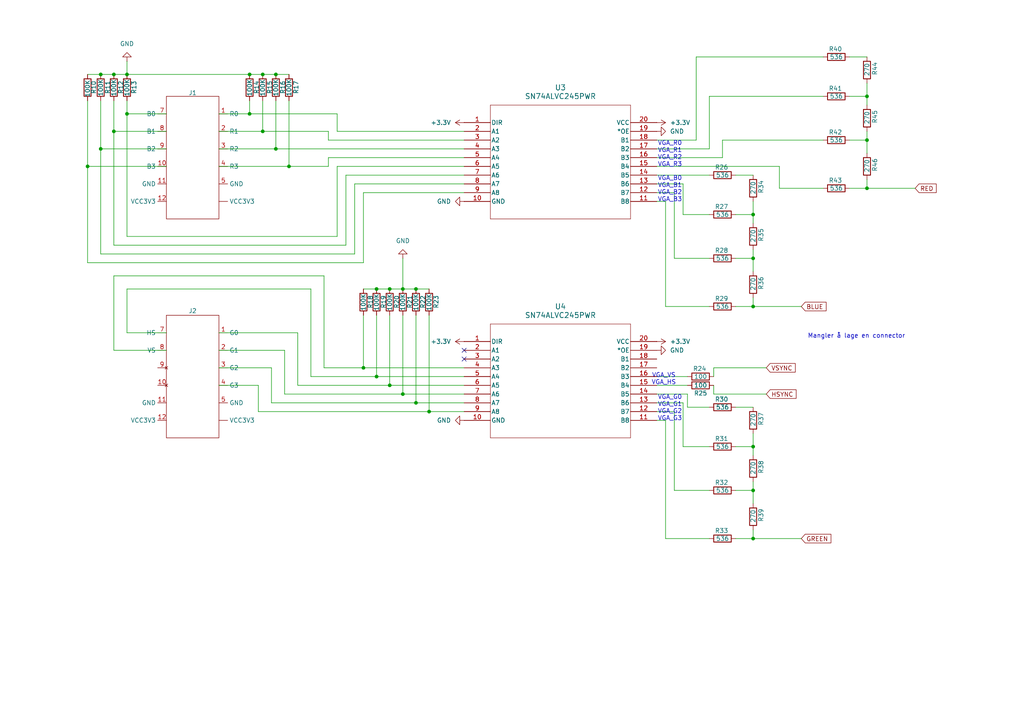
<source format=kicad_sch>
(kicad_sch (version 20250114) (generator "eeschema") (generator_version "9.0")
  (paper "A4")
  (title_block (title "4bit_vga_out") (date "2025-09-19") (rev "0"))
  (lib_symbols
    (symbol "2025-09-12_09-11-34:SN74ALVC245PWR" (pin_names (offset 0.254))
      (property "Reference" "U" (at 27.94 10.16 0))
      (property "Value" "SN74ALVC245PWR" (at 27.94 7.62 0))
      (symbol "SN74ALVC245PWR_0_1"
        (polyline (pts (xy 7.62 5.08) (xy 7.62 -27.94)) (stroke (width 0.127)))
        (polyline (pts (xy 7.62 -27.94) (xy 48.26 -27.94)) (stroke (width 0.127)))
        (polyline (pts (xy 48.26 5.08) (xy 7.62 5.08)) (stroke (width 0.127)))
        (polyline (pts (xy 48.26 -27.94) (xy 48.26 5.08)) (stroke (width 0.127)))
        (pin input line (at 0 0 0) (length 7.62) (name "DIR") (number "1"))
        (pin bidirectional line (at 0 -2.54 0) (length 7.62) (name "A1") (number "2"))
        (pin bidirectional line (at 0 -5.08 0) (length 7.62) (name "A2") (number "3"))
        (pin bidirectional line (at 0 -7.62 0) (length 7.62) (name "A3") (number "4"))
        (pin bidirectional line (at 0 -10.16 0) (length 7.62) (name "A4") (number "5"))
        (pin bidirectional line (at 0 -12.7 0) (length 7.62) (name "A5") (number "6"))
        (pin bidirectional line (at 0 -15.24 0) (length 7.62) (name "A6") (number "7"))
        (pin bidirectional line (at 0 -17.78 0) (length 7.62) (name "A7") (number "8"))
        (pin bidirectional line (at 0 -20.32 0) (length 7.62) (name "A8") (number "9"))
        (pin power_in line (at 0 -22.86 0) (length 7.62) (name "GND") (number "10"))
        (pin power_in line (at 55.88 0 180) (length 7.62) (name "VCC") (number "20"))
        (pin input line (at 55.88 -2.54 180) (length 7.62) (name "*OE") (number "19"))
        (pin bidirectional line (at 55.88 -5.08 180) (length 7.62) (name "B1") (number "18"))
        (pin bidirectional line (at 55.88 -7.62 180) (length 7.62) (name "B2") (number "17"))
        (pin bidirectional line (at 55.88 -10.16 180) (length 7.62) (name "B3") (number "16"))
        (pin bidirectional line (at 55.88 -12.7 180) (length 7.62) (name "B4") (number "15"))
        (pin bidirectional line (at 55.88 -15.24 180) (length 7.62) (name "B5") (number "14"))
        (pin bidirectional line (at 55.88 -17.78 180) (length 7.62) (name "B6") (number "13"))
        (pin bidirectional line (at 55.88 -20.32 180) (length 7.62) (name "B7") (number "12"))
        (pin bidirectional line (at 55.88 -22.86 180) (length 7.62) (name "B8") (number "11"))
      )
    )
    (symbol "Device:R" (pin_numbers (hide yes)) (pin_names (offset 0))
      (property "Reference" "R" (at 2.032 0 90))
      (property "Value" "R" (at 0 0 90))
      (symbol "R_0_1"
        (rectangle (start -1.016 -2.54) (end 1.016 2.54) (stroke (width 0.254)))
      )
      (symbol "R_1_1"
        (pin passive line (at 0 3.81 270) (length 1.27) (name "~") (number "1"))
        (pin passive line (at 0 -3.81 90) (length 1.27) (name "~") (number "2"))
      )
    )
    (symbol "PMod:PMod j1"
      (property "Reference" "J" (at 0 0 0))
      (symbol "PMod j1_0_1"
        (rectangle (start -7.62 -1.27) (end 7.62 -36.83))
      )
      (symbol "PMod j1_1_1"
        (pin output line (at -7.62 -6.35 180) (length 2.54) (name "B0") (number "7"))
        (pin output line (at -7.62 -11.43 180) (length 2.54) (name "B1") (number "8"))
        (pin output line (at -7.62 -16.51 180) (length 2.54) (name "B2") (number "9"))
        (pin output line (at -7.62 -21.59 180) (length 2.54) (name "B3") (number "10"))
        (pin output line (at -7.62 -26.67 180) (length 2.54) (name "GND") (number "11"))
        (pin output line (at -7.62 -31.75 180) (length 2.54) (name "VCC3V3") (number "12"))
        (pin output line (at 7.62 -6.35 0) (length 2.54) (name "R0") (number "1"))
        (pin output line (at 7.62 -11.43 0) (length 2.54) (name "R1") (number "2"))
        (pin output line (at 7.62 -16.51 0) (length 2.54) (name "R2") (number "3"))
        (pin output line (at 7.62 -21.59 0) (length 2.54) (name "R3") (number "4"))
        (pin output line (at 7.62 -26.67 0) (length 2.54) (name "GND") (number "5"))
        (pin output line (at 7.62 -31.75 0) (length 2.54) (name "VCC3V3") (number ""))
      )
    )
    (symbol "PMod:PMod_j2"
      (property "Reference" "J" (at 0 0 0))
      (symbol "PMod_j2_0_1"
        (rectangle (start -7.62 -1.27) (end 7.62 -36.83))
      )
      (symbol "PMod_j2_1_1"
        (pin output line (at -7.62 -6.35 180) (length 2.54) (name "HS") (number "7"))
        (pin output line (at -7.62 -11.43 180) (length 2.54) (name "VS") (number "8"))
        (pin no_connect line (at -7.62 -16.51 180) (length 2.54) (name "") (number "9"))
        (pin no_connect line (at -7.62 -21.59 180) (length 2.54) (name "") (number "10"))
        (pin output line (at -7.62 -26.67 180) (length 2.54) (name "GND") (number "11"))
        (pin output line (at -7.62 -31.75 180) (length 2.54) (name "VCC3V3") (number "12"))
        (pin output line (at 7.62 -6.35 0) (length 2.54) (name "G0") (number "1"))
        (pin output line (at 7.62 -11.43 0) (length 2.54) (name "G1") (number "2"))
        (pin output line (at 7.62 -16.51 0) (length 2.54) (name "G2") (number "3"))
        (pin output line (at 7.62 -21.59 0) (length 2.54) (name "G3") (number "4"))
        (pin output line (at 7.62 -26.67 0) (length 2.54) (name "GND") (number "5"))
        (pin output line (at 7.62 -31.75 0) (length 2.54) (name "VCC3V3") (number ""))
      )
    )
    (symbol "power:+3.3V" (power) (pin_numbers (hide yes)) (pin_names (offset 0) (hide yes))
      (property "Value" "+3.3V" (at 0 3.556 0))
      (symbol "+3.3V_0_1"
        (polyline (pts (xy -0.762 1.27) (xy 0 2.54)))
        (polyline (pts (xy 0 2.54) (xy 0.762 1.27)))
        (polyline (pts (xy 0 0) (xy 0 2.54)))
      )
      (symbol "+3.3V_1_1"
        (pin power_in line (at 0 0 90) (length 0) (name "~") (number "1"))
      )
    )
    (symbol "power:GND" (power) (pin_numbers (hide yes)) (pin_names (offset 0) (hide yes))
      (property "Value" "GND" (at 0 -3.81 0))
      (symbol "GND_0_1"
        (polyline (pts (xy 0 0) (xy 0 -1.27) (xy 1.27 -1.27) (xy 0 -2.54) (xy -1.27 -1.27) (xy 0 -1.27)))
      )
      (symbol "GND_1_1"
        (pin power_in line (at 0 0 270) (length 0) (name "~") (number "1"))
      )
    )
  )
  (text "VGA_G0\nVGA_G1\nVGA_G2\nVGA_G3" (at 194.31 118.364 0) (effects (font (size 1.27 1.27))))
  (text "Mangler å lage en connector\n" (at 248.412 97.536 0) (effects (font (size 1.27 1.27))))
  (text "VGA_VS\nVGA_HS" (at 192.532 109.982 0) (effects (font (size 1.27 1.27))))
  (text "VGA_B0\nVGA_B1\nVGA_B2\nVGA_B3" (at 194.31 54.864 0) (effects (font (size 1.27 1.27))))
  (text "VGA_R0\nVGA_R1\nVGA_R2\nVGA_R3" (at 194.31 44.704 0) (effects (font (size 1.27 1.27))))
  (junction (at 105.41 106.68))
  (junction (at 109.22 109.22))
  (junction (at 29.21 43.18))
  (junction (at 251.46 27.94))
  (junction (at 124.46 119.38))
  (junction (at 80.01 21.59))
  (junction (at 36.83 33.02))
  (junction (at 83.82 48.26))
  (junction (at 80.01 43.18))
  (junction (at 251.46 40.64))
  (junction (at 218.44 88.9))
  (junction (at 120.65 116.84))
  (junction (at 116.84 114.3))
  (junction (at 109.22 83.82))
  (junction (at 33.02 21.59))
  (junction (at 36.83 21.59))
  (junction (at 120.65 83.82))
  (junction (at 72.39 21.59))
  (junction (at 218.44 129.54))
  (junction (at 218.44 156.21))
  (junction (at 218.44 62.23))
  (junction (at 113.03 111.76))
  (junction (at 218.44 142.24))
  (junction (at 251.46 54.61))
  (junction (at 76.2 21.59))
  (junction (at 25.4 48.26))
  (junction (at 218.44 74.93))
  (junction (at 72.39 33.02))
  (junction (at 29.21 21.59))
  (junction (at 113.03 83.82))
  (junction (at 116.84 83.82))
  (junction (at 76.2 38.1))
  (junction (at 33.02 38.1))
  (no_connect (at 134.62 104.14))
  (no_connect (at 134.62 101.6))
  (wire (pts (xy 195.58 55.88) (xy 195.58 74.93)))
  (wire (pts (xy 109.22 83.82) (xy 113.03 83.82)))
  (wire (pts (xy 105.41 55.88) (xy 105.41 76.2)))
  (wire (pts (xy 72.39 33.02) (xy 63.5 33.02)))
  (wire (pts (xy 213.36 118.11) (xy 218.44 118.11)))
  (wire (pts (xy 213.36 74.93) (xy 218.44 74.93)))
  (wire (pts (xy 218.44 142.24) (xy 218.44 139.7)))
  (wire (pts (xy 251.46 27.94) (xy 251.46 30.48)))
  (wire (pts (xy 36.83 68.58) (xy 36.83 33.02)))
  (wire (pts (xy 218.44 156.21) (xy 232.41 156.21)))
  (wire (pts (xy 246.38 54.61) (xy 251.46 54.61)))
  (wire (pts (xy 201.93 16.51) (xy 238.76 16.51)))
  (wire (pts (xy 251.46 40.64) (xy 251.46 44.45)))
  (wire (pts (xy 120.65 116.84) (xy 134.62 116.84)))
  (wire (pts (xy 134.62 50.8) (xy 100.33 50.8)))
  (wire (pts (xy 100.33 71.12) (xy 33.02 71.12)))
  (wire (pts (xy 218.44 88.9) (xy 218.44 86.36)))
  (wire (pts (xy 190.5 53.34) (xy 198.12 53.34)))
  (wire (pts (xy 213.36 129.54) (xy 218.44 129.54)))
  (wire (pts (xy 48.26 43.18) (xy 29.21 43.18)))
  (wire (pts (xy 76.2 38.1) (xy 95.25 38.1)))
  (wire (pts (xy 218.44 74.93) (xy 218.44 72.39)))
  (wire (pts (xy 72.39 21.59) (xy 76.2 21.59)))
  (wire (pts (xy 97.79 48.26) (xy 97.79 68.58)))
  (wire (pts (xy 76.2 21.59) (xy 80.01 21.59)))
  (wire (pts (xy 218.44 156.21) (xy 218.44 153.67)))
  (wire (pts (xy 195.58 142.24) (xy 205.74 142.24)))
  (wire (pts (xy 90.17 83.82) (xy 36.83 83.82)))
  (wire (pts (xy 86.36 111.76) (xy 113.03 111.76)))
  (wire (pts (xy 198.12 62.23) (xy 205.74 62.23)))
  (wire (pts (xy 74.93 119.38) (xy 124.46 119.38)))
  (wire (pts (xy 199.39 114.3) (xy 199.39 118.11)))
  (wire (pts (xy 251.46 54.61) (xy 265.43 54.61)))
  (wire (pts (xy 33.02 38.1) (xy 33.02 29.21)))
  (wire (pts (xy 29.21 21.59) (xy 25.4 21.59)))
  (wire (pts (xy 36.83 29.21) (xy 36.83 33.02)))
  (wire (pts (xy 218.44 142.24) (xy 218.44 146.05)))
  (wire (pts (xy 190.5 109.22) (xy 199.39 109.22)))
  (wire (pts (xy 193.04 121.92) (xy 193.04 156.21)))
  (wire (pts (xy 102.87 53.34) (xy 102.87 73.66)))
  (wire (pts (xy 190.5 50.8) (xy 205.74 50.8)))
  (wire (pts (xy 116.84 91.44) (xy 116.84 114.3)))
  (wire (pts (xy 190.5 45.72) (xy 209.55 45.72)))
  (wire (pts (xy 207.01 109.22) (xy 207.01 106.68)))
  (wire (pts (xy 63.5 96.52) (xy 86.36 96.52)))
  (wire (pts (xy 190.5 121.92) (xy 193.04 121.92)))
  (wire (pts (xy 190.5 48.26) (xy 226.06 48.26)))
  (wire (pts (xy 72.39 29.21) (xy 72.39 33.02)))
  (wire (pts (xy 218.44 74.93) (xy 218.44 78.74)))
  (wire (pts (xy 201.93 40.64) (xy 201.93 16.51)))
  (wire (pts (xy 33.02 80.01) (xy 93.98 80.01)))
  (wire (pts (xy 190.5 114.3) (xy 199.39 114.3)))
  (wire (pts (xy 105.41 106.68) (xy 105.41 91.44)))
  (wire (pts (xy 83.82 48.26) (xy 83.82 29.21)))
  (wire (pts (xy 29.21 43.18) (xy 29.21 73.66)))
  (wire (pts (xy 218.44 129.54) (xy 218.44 125.73)))
  (wire (pts (xy 246.38 40.64) (xy 251.46 40.64)))
  (wire (pts (xy 124.46 83.82) (xy 120.65 83.82)))
  (wire (pts (xy 36.83 83.82) (xy 36.83 96.52)))
  (wire (pts (xy 190.5 58.42) (xy 193.04 58.42)))
  (wire (pts (xy 209.55 40.64) (xy 238.76 40.64)))
  (wire (pts (xy 90.17 109.22) (xy 90.17 83.82)))
  (wire (pts (xy 63.5 43.18) (xy 80.01 43.18)))
  (wire (pts (xy 36.83 21.59) (xy 36.83 17.78)))
  (wire (pts (xy 63.5 101.6) (xy 82.55 101.6)))
  (wire (pts (xy 116.84 74.93) (xy 116.84 83.82)))
  (wire (pts (xy 36.83 96.52) (xy 48.26 96.52)))
  (wire (pts (xy 124.46 91.44) (xy 124.46 119.38)))
  (wire (pts (xy 113.03 83.82) (xy 116.84 83.82)))
  (wire (pts (xy 209.55 45.72) (xy 209.55 40.64)))
  (wire (pts (xy 109.22 109.22) (xy 90.17 109.22)))
  (wire (pts (xy 36.83 21.59) (xy 72.39 21.59)))
  (wire (pts (xy 33.02 21.59) (xy 29.21 21.59)))
  (wire (pts (xy 124.46 119.38) (xy 134.62 119.38)))
  (wire (pts (xy 218.44 129.54) (xy 218.44 132.08)))
  (wire (pts (xy 226.06 54.61) (xy 238.76 54.61)))
  (wire (pts (xy 76.2 38.1) (xy 76.2 29.21)))
  (wire (pts (xy 63.5 48.26) (xy 83.82 48.26)))
  (wire (pts (xy 226.06 48.26) (xy 226.06 54.61)))
  (wire (pts (xy 80.01 43.18) (xy 80.01 29.21)))
  (wire (pts (xy 134.62 53.34) (xy 102.87 53.34)))
  (wire (pts (xy 82.55 101.6) (xy 82.55 114.3)))
  (wire (pts (xy 199.39 118.11) (xy 205.74 118.11)))
  (wire (pts (xy 33.02 101.6) (xy 33.02 80.01)))
  (wire (pts (xy 120.65 83.82) (xy 116.84 83.82)))
  (wire (pts (xy 95.25 40.64) (xy 95.25 38.1)))
  (wire (pts (xy 246.38 16.51) (xy 251.46 16.51)))
  (wire (pts (xy 193.04 156.21) (xy 205.74 156.21)))
  (wire (pts (xy 48.26 101.6) (xy 33.02 101.6)))
  (wire (pts (xy 29.21 43.18) (xy 29.21 29.21)))
  (wire (pts (xy 36.83 33.02) (xy 48.26 33.02)))
  (wire (pts (xy 113.03 91.44) (xy 113.03 111.76)))
  (wire (pts (xy 251.46 27.94) (xy 251.46 24.13)))
  (wire (pts (xy 213.36 50.8) (xy 218.44 50.8)))
  (wire (pts (xy 95.25 48.26) (xy 83.82 48.26)))
  (wire (pts (xy 134.62 109.22) (xy 109.22 109.22)))
  (wire (pts (xy 113.03 111.76) (xy 134.62 111.76)))
  (wire (pts (xy 78.74 116.84) (xy 120.65 116.84)))
  (wire (pts (xy 198.12 116.84) (xy 198.12 129.54)))
  (wire (pts (xy 134.62 38.1) (xy 97.79 38.1)))
  (wire (pts (xy 82.55 114.3) (xy 116.84 114.3)))
  (wire (pts (xy 207.01 106.68) (xy 222.25 106.68)))
  (wire (pts (xy 218.44 62.23) (xy 218.44 58.42)))
  (wire (pts (xy 25.4 76.2) (xy 25.4 48.26)))
  (wire (pts (xy 205.74 43.18) (xy 205.74 27.94)))
  (wire (pts (xy 80.01 21.59) (xy 83.82 21.59)))
  (wire (pts (xy 134.62 45.72) (xy 95.25 45.72)))
  (wire (pts (xy 218.44 62.23) (xy 218.44 64.77)))
  (wire (pts (xy 63.5 106.68) (xy 78.74 106.68)))
  (wire (pts (xy 213.36 62.23) (xy 218.44 62.23)))
  (wire (pts (xy 63.5 111.76) (xy 74.93 111.76)))
  (wire (pts (xy 116.84 114.3) (xy 134.62 114.3)))
  (wire (pts (xy 213.36 88.9) (xy 218.44 88.9)))
  (wire (pts (xy 72.39 33.02) (xy 97.79 33.02)))
  (wire (pts (xy 105.41 83.82) (xy 109.22 83.82)))
  (wire (pts (xy 190.5 119.38) (xy 195.58 119.38)))
  (wire (pts (xy 93.98 80.01) (xy 93.98 106.68)))
  (wire (pts (xy 33.02 21.59) (xy 36.83 21.59)))
  (wire (pts (xy 251.46 54.61) (xy 251.46 52.07)))
  (wire (pts (xy 207.01 114.3) (xy 222.25 114.3)))
  (wire (pts (xy 195.58 74.93) (xy 205.74 74.93)))
  (wire (pts (xy 25.4 29.21) (xy 25.4 48.26)))
  (wire (pts (xy 33.02 38.1) (xy 33.02 71.12)))
  (wire (pts (xy 134.62 48.26) (xy 97.79 48.26)))
  (wire (pts (xy 120.65 91.44) (xy 120.65 116.84)))
  (wire (pts (xy 95.25 45.72) (xy 95.25 48.26)))
  (wire (pts (xy 213.36 142.24) (xy 218.44 142.24)))
  (wire (pts (xy 190.5 116.84) (xy 198.12 116.84)))
  (wire (pts (xy 193.04 58.42) (xy 193.04 88.9)))
  (wire (pts (xy 74.93 111.76) (xy 74.93 119.38)))
  (wire (pts (xy 190.5 111.76) (xy 199.39 111.76)))
  (wire (pts (xy 25.4 48.26) (xy 48.26 48.26)))
  (wire (pts (xy 134.62 55.88) (xy 105.41 55.88)))
  (wire (pts (xy 78.74 106.68) (xy 78.74 116.84)))
  (wire (pts (xy 105.41 106.68) (xy 134.62 106.68)))
  (wire (pts (xy 198.12 53.34) (xy 198.12 62.23)))
  (wire (pts (xy 105.41 76.2) (xy 25.4 76.2)))
  (wire (pts (xy 193.04 88.9) (xy 205.74 88.9)))
  (wire (pts (xy 218.44 88.9) (xy 232.41 88.9)))
  (wire (pts (xy 251.46 40.64) (xy 251.46 38.1)))
  (wire (pts (xy 213.36 156.21) (xy 218.44 156.21)))
  (wire (pts (xy 48.26 38.1) (xy 33.02 38.1)))
  (wire (pts (xy 63.5 38.1) (xy 76.2 38.1)))
  (wire (pts (xy 93.98 106.68) (xy 105.41 106.68)))
  (wire (pts (xy 198.12 129.54) (xy 205.74 129.54)))
  (wire (pts (xy 80.01 43.18) (xy 134.62 43.18)))
  (wire (pts (xy 97.79 38.1) (xy 97.79 33.02)))
  (wire (pts (xy 190.5 43.18) (xy 205.74 43.18)))
  (wire (pts (xy 100.33 50.8) (xy 100.33 71.12)))
  (wire (pts (xy 246.38 27.94) (xy 251.46 27.94)))
  (wire (pts (xy 190.5 40.64) (xy 201.93 40.64)))
  (wire (pts (xy 86.36 96.52) (xy 86.36 111.76)))
  (wire (pts (xy 102.87 73.66) (xy 29.21 73.66)))
  (wire (pts (xy 195.58 119.38) (xy 195.58 142.24)))
  (wire (pts (xy 134.62 40.64) (xy 95.25 40.64)))
  (wire (pts (xy 205.74 27.94) (xy 238.76 27.94)))
  (wire (pts (xy 207.01 111.76) (xy 207.01 114.3)))
  (wire (pts (xy 97.79 68.58) (xy 36.83 68.58)))
  (wire (pts (xy 190.5 55.88) (xy 195.58 55.88)))
  (wire (pts (xy 109.22 91.44) (xy 109.22 109.22)))
  (global_label "VSYNC" (shape input) (at 222.25 106.68 0) (property "Intersheetrefs" "${INTERSHEET_REFS}" (effects (hide yes))))
  (global_label "BLUE" (shape input) (at 232.41 88.9 0) (property "Intersheetrefs" "${INTERSHEET_REFS}" (effects (hide yes))))
  (global_label "RED" (shape input) (at 265.43 54.61 0) (property "Intersheetrefs" "${INTERSHEET_REFS}" (effects (hide yes))))
  (global_label "GREEN" (shape input) (at 232.41 156.21 0) (property "Intersheetrefs" "${INTERSHEET_REFS}" (effects (hide yes))))
  (global_label "HSYNC" (shape input) (at 222.25 114.3 0) (property "Intersheetrefs" "${INTERSHEET_REFS}" (effects (hide yes))))
  (symbol (lib_id "Device:R") (at 242.57 16.51 90) (unit 1)
    (property "Reference" "R40" (at 242.316 14.224 90))
    (property "Value" "536" (at 242.57 16.51 90))
    (property "Footprint" "Resistor_SMD:R_0805_2012Metric" (effects (hide yes)))
    (property "Description" "Resistor" (effects (hide yes)))
  )
  (symbol (lib_id "Device:R") (at 242.57 40.64 90) (unit 1)
    (property "Reference" "R42" (at 242.316 38.354 90))
    (property "Value" "536" (at 242.57 40.64 90))
    (property "Footprint" "Resistor_SMD:R_0805_2012Metric" (effects (hide yes)))
    (property "Description" "Resistor" (effects (hide yes)))
  )
  (symbol (lib_id "Device:R") (at 36.83 25.4 180) (unit 1)
    (property "Reference" "R13" (at 38.862 23.368 90) (effects (justify left)))
    (property "Value" "100K" (at 36.83 22.86 90) (effects (justify left)))
    (property "Footprint" "Resistor_SMD:R_0805_2012Metric" (effects (hide yes)))
    (property "Description" "Resistor" (effects (hide yes)))
  )
  (symbol (lib_id "Device:R") (at 218.44 68.58 0) (unit 1)
    (property "Reference" "R35" (at 220.726 70.104 90) (effects (justify left)))
    (property "Value" "270" (at 218.44 70.358 90) (effects (justify left)))
    (property "Footprint" "Resistor_SMD:R_0805_2012Metric" (effects (hide yes)))
    (property "Description" "Resistor" (effects (hide yes)))
  )
  (symbol (lib_id "Device:R") (at 116.84 87.63 180) (unit 1)
    (property "Reference" "R21" (at 118.872 85.598 90) (effects (justify left)))
    (property "Value" "100K" (at 116.84 85.09 90) (effects (justify left)))
    (property "Footprint" "Resistor_SMD:R_0805_2012Metric" (effects (hide yes)))
    (property "Description" "Resistor" (effects (hide yes)))
  )
  (symbol (lib_id "Device:R") (at 209.55 142.24 90) (unit 1)
    (property "Reference" "R32" (at 209.296 139.954 90))
    (property "Value" "536" (at 209.55 142.24 90))
    (property "Footprint" "Resistor_SMD:R_0805_2012Metric" (effects (hide yes)))
    (property "Description" "Resistor" (effects (hide yes)))
  )
  (symbol (lib_id "power:+3.3V") (at 134.62 35.56 90) (unit 1)
    (property "Reference" "#PWR09" (effects (hide yes)))
    (property "Value" "+3.3V" (at 130.81 35.5599 90) (effects (justify left)))
    (property "Description" "Power symbol creates a global label with name \"+3.3V\"" (effects (hide yes)))
  )
  (symbol (lib_id "Device:R") (at 209.55 118.11 90) (unit 1)
    (property "Reference" "R30" (at 209.296 115.824 90))
    (property "Value" "536" (at 209.55 118.11 90))
    (property "Footprint" "Resistor_SMD:R_0805_2012Metric" (effects (hide yes)))
    (property "Description" "Resistor" (effects (hide yes)))
  )
  (symbol (lib_id "Device:R") (at 209.55 62.23 90) (unit 1)
    (property "Reference" "R27" (at 209.296 59.944 90))
    (property "Value" "536" (at 209.55 62.23 90))
    (property "Footprint" "Resistor_SMD:R_0805_2012Metric" (effects (hide yes)))
    (property "Description" "Resistor" (effects (hide yes)))
  )
  (symbol (lib_id "Device:R") (at 72.39 25.4 180) (unit 1)
    (property "Reference" "R14" (at 74.422 23.368 90) (effects (justify left)))
    (property "Value" "100K" (at 72.39 22.86 90) (effects (justify left)))
    (property "Footprint" "Resistor_SMD:R_0805_2012Metric" (effects (hide yes)))
    (property "Description" "Resistor" (effects (hide yes)))
  )
  (symbol (lib_id "PMod:PMod j1") (at 55.88 26.67 0) (unit 1)
    (property "Reference" "J1" (at 55.88 26.924 0))
  )
  (symbol (lib_id "Device:R") (at 251.46 48.26 0) (unit 1)
    (property "Reference" "R46" (at 253.746 49.784 90) (effects (justify left)))
    (property "Value" "270" (at 251.46 50.038 90) (effects (justify left)))
    (property "Footprint" "Resistor_SMD:R_0805_2012Metric" (effects (hide yes)))
    (property "Description" "Resistor" (effects (hide yes)))
  )
  (symbol (lib_id "Device:R") (at 120.65 87.63 180) (unit 1)
    (property "Reference" "R22" (at 122.682 85.598 90) (effects (justify left)))
    (property "Value" "100K" (at 120.65 85.09 90) (effects (justify left)))
    (property "Footprint" "Resistor_SMD:R_0805_2012Metric" (effects (hide yes)))
    (property "Description" "Resistor" (effects (hide yes)))
  )
  (symbol (lib_id "Device:R") (at 218.44 135.89 0) (unit 1)
    (property "Reference" "R38" (at 220.726 137.414 90) (effects (justify left)))
    (property "Value" "270" (at 218.44 137.668 90) (effects (justify left)))
    (property "Footprint" "Resistor_SMD:R_0805_2012Metric" (effects (hide yes)))
    (property "Description" "Resistor" (effects (hide yes)))
  )
  (symbol (lib_id "2025-09-12_09-11-34:SN74ALVC245PWR") (at 134.62 35.56 0) (unit 1)
    (property "Reference" "U3" (at 162.56 25.4 0) (effects (font (size 1.524 1.524))))
    (property "Value" "SN74ALVC245PWR" (at 162.56 27.94 0) (effects (font (size 1.524 1.524))))
    (property "Footprint" "SN74ALVC245PWR:PW20" (effects (hide yes)))
    (property "Datasheet" "https://www.ti.com/lit/gpn/sn74alvc245" (effects (hide yes)))
  )
  (symbol (lib_id "Device:R") (at 33.02 25.4 180) (unit 1)
    (property "Reference" "R12" (at 35.052 23.368 90) (effects (justify left)))
    (property "Value" "100K" (at 33.02 22.86 90) (effects (justify left)))
    (property "Footprint" "Resistor_SMD:R_0805_2012Metric" (effects (hide yes)))
    (property "Description" "Resistor" (effects (hide yes)))
  )
  (symbol (lib_id "power:GND") (at 190.5 38.1 90) (unit 1)
    (property "Reference" "#PWR014" (effects (hide yes)))
    (property "Value" "GND" (at 194.31 38.0999 90) (effects (justify right)))
    (property "Description" "Power symbol creates a global label with name \"GND\" , ground" (effects (hide yes)))
  )
  (symbol (lib_id "Device:R") (at 251.46 20.32 0) (unit 1)
    (property "Reference" "R44" (at 253.746 21.844 90) (effects (justify left)))
    (property "Value" "270" (at 251.46 22.098 90) (effects (justify left)))
    (property "Footprint" "Resistor_SMD:R_0805_2012Metric" (effects (hide yes)))
    (property "Description" "Resistor" (effects (hide yes)))
  )
  (symbol (lib_id "Device:R") (at 105.41 87.63 180) (unit 1)
    (property "Reference" "R18" (at 107.442 85.598 90) (effects (justify left)))
    (property "Value" "100K" (at 105.41 85.09 90) (effects (justify left)))
    (property "Footprint" "Resistor_SMD:R_0805_2012Metric" (effects (hide yes)))
    (property "Description" "Resistor" (effects (hide yes)))
  )
  (symbol (lib_id "Device:R") (at 209.55 129.54 90) (unit 1)
    (property "Reference" "R31" (at 209.296 127.254 90))
    (property "Value" "536" (at 209.55 129.54 90))
    (property "Footprint" "Resistor_SMD:R_0805_2012Metric" (effects (hide yes)))
    (property "Description" "Resistor" (effects (hide yes)))
  )
  (symbol (lib_id "power:GND") (at 134.62 58.42 270) (unit 1)
    (property "Reference" "#PWR010" (effects (hide yes)))
    (property "Value" "GND" (at 130.81 58.4199 90) (effects (justify right)))
    (property "Description" "Power symbol creates a global label with name \"GND\" , ground" (effects (hide yes)))
  )
  (symbol (lib_id "Device:R") (at 218.44 149.86 0) (unit 1)
    (property "Reference" "R39" (at 220.726 151.384 90) (effects (justify left)))
    (property "Value" "270" (at 218.44 151.638 90) (effects (justify left)))
    (property "Footprint" "Resistor_SMD:R_0805_2012Metric" (effects (hide yes)))
    (property "Description" "Resistor" (effects (hide yes)))
  )
  (symbol (lib_id "Device:R") (at 76.2 25.4 180) (unit 1)
    (property "Reference" "R15" (at 78.232 23.368 90) (effects (justify left)))
    (property "Value" "100K" (at 76.2 22.86 90) (effects (justify left)))
    (property "Footprint" "Resistor_SMD:R_0805_2012Metric" (effects (hide yes)))
    (property "Description" "Resistor" (effects (hide yes)))
  )
  (symbol (lib_id "Device:R") (at 209.55 156.21 90) (unit 1)
    (property "Reference" "R33" (at 209.296 153.924 90))
    (property "Value" "536" (at 209.55 156.21 90))
    (property "Footprint" "Resistor_SMD:R_0805_2012Metric" (effects (hide yes)))
    (property "Description" "Resistor" (effects (hide yes)))
  )
  (symbol (lib_id "Device:R") (at 209.55 50.8 90) (unit 1)
    (property "Reference" "R26" (at 209.296 48.514 90))
    (property "Value" "536" (at 209.55 50.8 90))
    (property "Footprint" "Resistor_SMD:R_0805_2012Metric" (effects (hide yes)))
    (property "Description" "Resistor" (effects (hide yes)))
  )
  (symbol (lib_id "Device:R") (at 203.2 111.76 90) (unit 1)
    (property "Reference" "R25" (at 203.2 114.046 90))
    (property "Value" "100" (at 203.2 111.76 90))
    (property "Footprint" "Resistor_SMD:R_0805_2012Metric" (effects (hide yes)))
    (property "Description" "Resistor" (effects (hide yes)))
  )
  (symbol (lib_id "power:GND") (at 116.84 74.93 180) (unit 1)
    (property "Reference" "#PWR08" (effects (hide yes)))
    (property "Value" "GND" (at 116.84 69.85 0))
    (property "Description" "Power symbol creates a global label with name \"GND\" , ground" (effects (hide yes)))
  )
  (symbol (lib_id "power:+3.3V") (at 190.5 99.06 270) (unit 1)
    (property "Reference" "#PWR015" (effects (hide yes)))
    (property "Value" "+3.3V" (at 194.31 99.0599 90) (effects (justify left)))
    (property "Description" "Power symbol creates a global label with name \"+3.3V\"" (effects (hide yes)))
  )
  (symbol (lib_id "Device:R") (at 124.46 87.63 180) (unit 1)
    (property "Reference" "R23" (at 126.492 85.598 90) (effects (justify left)))
    (property "Value" "100K" (at 124.46 85.09 90) (effects (justify left)))
    (property "Footprint" "Resistor_SMD:R_0805_2012Metric" (effects (hide yes)))
    (property "Description" "Resistor" (effects (hide yes)))
  )
  (symbol (lib_id "power:GND") (at 36.83 17.78 180) (unit 1)
    (property "Reference" "#PWR07" (effects (hide yes)))
    (property "Value" "GND" (at 36.83 12.7 0))
    (property "Description" "Power symbol creates a global label with name \"GND\" , ground" (effects (hide yes)))
  )
  (symbol (lib_id "Device:R") (at 113.03 87.63 180) (unit 1)
    (property "Reference" "R20" (at 115.062 85.598 90) (effects (justify left)))
    (property "Value" "100K" (at 113.03 85.09 90) (effects (justify left)))
    (property "Footprint" "Resistor_SMD:R_0805_2012Metric" (effects (hide yes)))
    (property "Description" "Resistor" (effects (hide yes)))
  )
  (symbol (lib_id "Device:R") (at 109.22 87.63 180) (unit 1)
    (property "Reference" "R19" (at 111.252 85.598 90) (effects (justify left)))
    (property "Value" "100K" (at 109.22 85.09 90) (effects (justify left)))
    (property "Footprint" "Resistor_SMD:R_0805_2012Metric" (effects (hide yes)))
    (property "Description" "Resistor" (effects (hide yes)))
  )
  (symbol (lib_id "Device:R") (at 25.4 25.4 180) (unit 1)
    (property "Reference" "R10" (at 27.178 23.368 90) (effects (justify left)))
    (property "Value" "100K" (at 25.4 23.114 90) (effects (justify left)))
    (property "Footprint" "Resistor_SMD:R_0805_2012Metric" (effects (hide yes)))
    (property "Description" "Resistor" (effects (hide yes)))
  )
  (symbol (lib_id "Device:R") (at 80.01 25.4 180) (unit 1)
    (property "Reference" "R16" (at 82.042 23.368 90) (effects (justify left)))
    (property "Value" "100K" (at 80.01 22.86 90) (effects (justify left)))
    (property "Footprint" "Resistor_SMD:R_0805_2012Metric" (effects (hide yes)))
    (property "Description" "Resistor" (effects (hide yes)))
  )
  (symbol (lib_id "PMod:PMod_j2") (at 55.88 90.17 0) (unit 1)
    (property "Reference" "J2" (at 55.88 90.17 0))
  )
  (symbol (lib_id "power:GND") (at 134.62 121.92 270) (unit 1)
    (property "Reference" "#PWR012" (effects (hide yes)))
    (property "Value" "GND" (at 130.81 121.9199 90) (effects (justify right)))
    (property "Description" "Power symbol creates a global label with name \"GND\" , ground" (effects (hide yes)))
  )
  (symbol (lib_id "2025-09-12_09-11-34:SN74ALVC245PWR") (at 134.62 99.06 0) (unit 1)
    (property "Reference" "U4" (at 162.56 88.9 0) (effects (font (size 1.524 1.524))))
    (property "Value" "SN74ALVC245PWR" (at 162.56 91.44 0) (effects (font (size 1.524 1.524))))
    (property "Footprint" "SN74ALVC245PWR:PW20" (effects (hide yes)))
    (property "Datasheet" "https://www.ti.com/lit/gpn/sn74alvc245" (effects (hide yes)))
  )
  (symbol (lib_id "Device:R") (at 218.44 82.55 0) (unit 1)
    (property "Reference" "R36" (at 220.726 84.074 90) (effects (justify left)))
    (property "Value" "270" (at 218.44 84.328 90) (effects (justify left)))
    (property "Footprint" "Resistor_SMD:R_0805_2012Metric" (effects (hide yes)))
    (property "Description" "Resistor" (effects (hide yes)))
  )
  (symbol (lib_id "Device:R") (at 83.82 25.4 180) (unit 1)
    (property "Reference" "R17" (at 85.852 23.368 90) (effects (justify left)))
    (property "Value" "100K" (at 83.82 22.86 90) (effects (justify left)))
    (property "Footprint" "Resistor_SMD:R_0805_2012Metric" (effects (hide yes)))
    (property "Description" "Resistor" (effects (hide yes)))
  )
  (symbol (lib_id "Device:R") (at 242.57 27.94 90) (unit 1)
    (property "Reference" "R41" (at 242.316 25.654 90))
    (property "Value" "536" (at 242.57 27.94 90))
    (property "Footprint" "Resistor_SMD:R_0805_2012Metric" (effects (hide yes)))
    (property "Description" "Resistor" (effects (hide yes)))
  )
  (symbol (lib_id "power:+3.3V") (at 134.62 99.06 90) (unit 1)
    (property "Reference" "#PWR011" (effects (hide yes)))
    (property "Value" "+3.3V" (at 130.81 99.0599 90) (effects (justify left)))
    (property "Description" "Power symbol creates a global label with name \"+3.3V\"" (effects (hide yes)))
  )
  (symbol (lib_id "Device:R") (at 242.57 54.61 90) (unit 1)
    (property "Reference" "R43" (at 242.316 52.324 90))
    (property "Value" "536" (at 242.57 54.61 90))
    (property "Footprint" "Resistor_SMD:R_0805_2012Metric" (effects (hide yes)))
    (property "Description" "Resistor" (effects (hide yes)))
  )
  (symbol (lib_id "Device:R") (at 251.46 34.29 0) (unit 1)
    (property "Reference" "R45" (at 253.746 35.814 90) (effects (justify left)))
    (property "Value" "270" (at 251.46 36.068 90) (effects (justify left)))
    (property "Footprint" "Resistor_SMD:R_0805_2012Metric" (effects (hide yes)))
    (property "Description" "Resistor" (effects (hide yes)))
  )
  (symbol (lib_id "power:GND") (at 190.5 101.6 90) (unit 1)
    (property "Reference" "#PWR016" (effects (hide yes)))
    (property "Value" "GND" (at 194.31 101.5999 90) (effects (justify right)))
    (property "Description" "Power symbol creates a global label with name \"GND\" , ground" (effects (hide yes)))
  )
  (symbol (lib_id "Device:R") (at 218.44 121.92 0) (unit 1)
    (property "Reference" "R37" (at 220.726 123.444 90) (effects (justify left)))
    (property "Value" "270" (at 218.44 123.698 90) (effects (justify left)))
    (property "Footprint" "Resistor_SMD:R_0805_2012Metric" (effects (hide yes)))
    (property "Description" "Resistor" (effects (hide yes)))
  )
  (symbol (lib_id "Device:R") (at 209.55 74.93 90) (unit 1)
    (property "Reference" "R28" (at 209.296 72.644 90))
    (property "Value" "536" (at 209.55 74.93 90))
    (property "Footprint" "Resistor_SMD:R_0805_2012Metric" (effects (hide yes)))
    (property "Description" "Resistor" (effects (hide yes)))
  )
  (symbol (lib_id "Device:R") (at 218.44 54.61 0) (unit 1)
    (property "Reference" "R34" (at 220.726 56.134 90) (effects (justify left)))
    (property "Value" "270" (at 218.44 56.388 90) (effects (justify left)))
    (property "Footprint" "Resistor_SMD:R_0805_2012Metric" (effects (hide yes)))
    (property "Description" "Resistor" (effects (hide yes)))
  )
  (symbol (lib_id "Device:R") (at 29.21 25.4 180) (unit 1)
    (property "Reference" "R11" (at 31.242 23.368 90) (effects (justify left)))
    (property "Value" "100K" (at 29.21 22.86 90) (effects (justify left)))
    (property "Footprint" "Resistor_SMD:R_0805_2012Metric" (effects (hide yes)))
    (property "Description" "Resistor" (effects (hide yes)))
  )
  (symbol (lib_id "Device:R") (at 209.55 88.9 90) (unit 1)
    (property "Reference" "R29" (at 209.296 86.614 90))
    (property "Value" "536" (at 209.55 88.9 90))
    (property "Footprint" "Resistor_SMD:R_0805_2012Metric" (effects (hide yes)))
    (property "Description" "Resistor" (effects (hide yes)))
  )
  (symbol (lib_id "Device:R") (at 203.2 109.22 90) (unit 1)
    (property "Reference" "R24" (at 202.946 106.934 90))
    (property "Value" "100" (at 203.2 109.22 90))
    (property "Footprint" "Resistor_SMD:R_0805_2012Metric" (effects (hide yes)))
    (property "Description" "Resistor" (effects (hide yes)))
  )
  (symbol (lib_id "power:+3.3V") (at 190.5 35.56 270) (unit 1)
    (property "Reference" "#PWR013" (effects (hide yes)))
    (property "Value" "+3.3V" (at 194.31 35.5599 90) (effects (justify left)))
    (property "Description" "Power symbol creates a global label with name \"+3.3V\"" (effects (hide yes)))
  )
)
</source>
